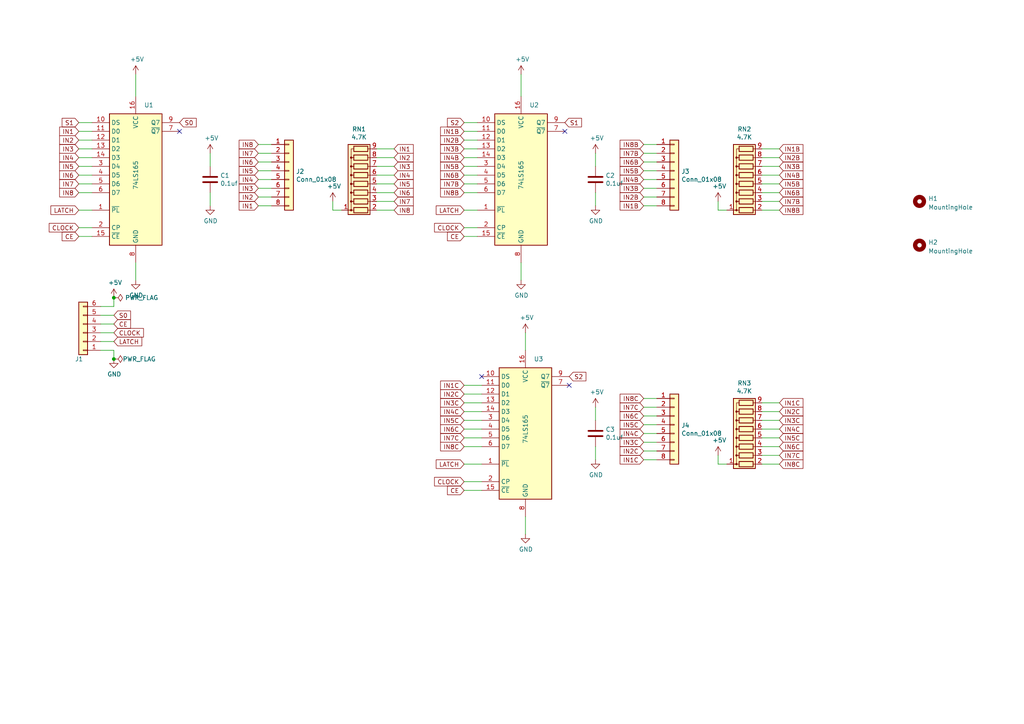
<source format=kicad_sch>
(kicad_sch (version 20211123) (generator eeschema)
  (paper "A4")
  (lib_symbols
    (symbol "74xx:74LS165"
      (property "Reference" "U" (at -7.62 19.05 0))
      (property "Value" "74LS165" (at -7.62 -21.59 0))
      (symbol "74LS165_1_0"
        (pin input line (at -12.7 -10.16 0) (length 5.08) (name "~{PL}") (number "1"))
        (pin input line (at -12.7 15.24 0) (length 5.08) (name "DS") (number "10"))
        (pin input line (at -12.7 12.7 0) (length 5.08) (name "D0") (number "11"))
        (pin input line (at -12.7 10.16 0) (length 5.08) (name "D1") (number "12"))
        (pin input line (at -12.7 7.62 0) (length 5.08) (name "D2") (number "13"))
        (pin input line (at -12.7 5.08 0) (length 5.08) (name "D3") (number "14"))
        (pin input line (at -12.7 -17.78 0) (length 5.08) (name "~{CE}") (number "15"))
        (pin power_in line (at 0 22.86 270) (length 5.08) (name "VCC") (number "16"))
        (pin input line (at -12.7 -15.24 0) (length 5.08) (name "CP") (number "2"))
        (pin input line (at -12.7 2.54 0) (length 5.08) (name "D4") (number "3"))
        (pin input line (at -12.7 0 0) (length 5.08) (name "D5") (number "4"))
        (pin input line (at -12.7 -2.54 0) (length 5.08) (name "D6") (number "5"))
        (pin input line (at -12.7 -5.08 0) (length 5.08) (name "D7") (number "6"))
        (pin output line (at 12.7 12.7 180) (length 5.08) (name "~{Q7}") (number "7"))
        (pin power_in line (at 0 -25.4 90) (length 5.08) (name "GND") (number "8"))
        (pin output line (at 12.7 15.24 180) (length 5.08) (name "Q7") (number "9"))
      )
      (symbol "74LS165_1_1"
        (rectangle (start -7.62 17.78) (end 7.62 -20.32) (stroke (width 0.254)) (fill (type background)))
      )
    )
    (symbol "Connector_Generic:Conn_01x06" (pin_names (offset 1.016) hide)
      (property "Reference" "J" (at 0 7.62 0))
      (property "Value" "Conn_01x06" (at 0 -10.16 0))
      (symbol "Conn_01x06_1_1"
        (rectangle (start -1.27 -7.493) (end 0 -7.747) (stroke (width 0.1524)))
        (rectangle (start -1.27 -4.953) (end 0 -5.207) (stroke (width 0.1524)))
        (rectangle (start -1.27 -2.413) (end 0 -2.667) (stroke (width 0.1524)))
        (rectangle (start -1.27 0.127) (end 0 -0.127) (stroke (width 0.1524)))
        (rectangle (start -1.27 2.667) (end 0 2.413) (stroke (width 0.1524)))
        (rectangle (start -1.27 5.207) (end 0 4.953) (stroke (width 0.1524)))
        (rectangle (start -1.27 6.35) (end 1.27 -8.89) (stroke (width 0.254)) (fill (type background)))
        (pin passive line (at -5.08 5.08 0) (length 3.81) (name "Pin_1") (number "1"))
        (pin passive line (at -5.08 2.54 0) (length 3.81) (name "Pin_2") (number "2"))
        (pin passive line (at -5.08 0 0) (length 3.81) (name "Pin_3") (number "3"))
        (pin passive line (at -5.08 -2.54 0) (length 3.81) (name "Pin_4") (number "4"))
        (pin passive line (at -5.08 -5.08 0) (length 3.81) (name "Pin_5") (number "5"))
        (pin passive line (at -5.08 -7.62 0) (length 3.81) (name "Pin_6") (number "6"))
      )
    )
    (symbol "Connector_Generic:Conn_01x08" (pin_names (offset 1.016) hide)
      (property "Reference" "J" (at 0 10.16 0))
      (property "Value" "Conn_01x08" (at 0 -12.7 0))
      (symbol "Conn_01x08_1_1"
        (rectangle (start -1.27 -10.033) (end 0 -10.287) (stroke (width 0.1524)))
        (rectangle (start -1.27 -7.493) (end 0 -7.747) (stroke (width 0.1524)))
        (rectangle (start -1.27 -4.953) (end 0 -5.207) (stroke (width 0.1524)))
        (rectangle (start -1.27 -2.413) (end 0 -2.667) (stroke (width 0.1524)))
        (rectangle (start -1.27 0.127) (end 0 -0.127) (stroke (width 0.1524)))
        (rectangle (start -1.27 2.667) (end 0 2.413) (stroke (width 0.1524)))
        (rectangle (start -1.27 5.207) (end 0 4.953) (stroke (width 0.1524)))
        (rectangle (start -1.27 7.747) (end 0 7.493) (stroke (width 0.1524)))
        (rectangle (start -1.27 8.89) (end 1.27 -11.43) (stroke (width 0.254)) (fill (type background)))
        (pin passive line (at -5.08 7.62 0) (length 3.81) (name "Pin_1") (number "1"))
        (pin passive line (at -5.08 5.08 0) (length 3.81) (name "Pin_2") (number "2"))
        (pin passive line (at -5.08 2.54 0) (length 3.81) (name "Pin_3") (number "3"))
        (pin passive line (at -5.08 0 0) (length 3.81) (name "Pin_4") (number "4"))
        (pin passive line (at -5.08 -2.54 0) (length 3.81) (name "Pin_5") (number "5"))
        (pin passive line (at -5.08 -5.08 0) (length 3.81) (name "Pin_6") (number "6"))
        (pin passive line (at -5.08 -7.62 0) (length 3.81) (name "Pin_7") (number "7"))
        (pin passive line (at -5.08 -10.16 0) (length 3.81) (name "Pin_8") (number "8"))
      )
    )
    (symbol "Device:C" (pin_numbers hide) (pin_names (offset 0.254))
      (property "Reference" "C" (at 0.635 2.54 0))
      (property "Value" "C" (at 0.635 -2.54 0))
      (symbol "C_0_1"
        (polyline (pts (xy -2.032 -0.762) (xy 2.032 -0.762)) (stroke (width 0.508)))
        (polyline (pts (xy -2.032 0.762) (xy 2.032 0.762)) (stroke (width 0.508)))
      )
      (symbol "C_1_1"
        (pin passive line (at 0 3.81 270) (length 2.794) (name "~") (number "1"))
        (pin passive line (at 0 -3.81 90) (length 2.794) (name "~") (number "2"))
      )
    )
    (symbol "Device:R_Network08" (pin_names (offset 0) hide)
      (property "Reference" "RN" (at -12.7 0 90))
      (property "Value" "R_Network08" (at 10.16 0 90))
      (symbol "R_Network08_0_1"
        (rectangle (start -11.43 -3.175) (end 8.89 3.175) (stroke (width 0.254)) (fill (type background)))
        (rectangle (start -10.922 1.524) (end -9.398 -2.54) (stroke (width 0.254)))
        (circle (center -10.16 2.286) (radius 0.254) (fill (type outline)))
        (rectangle (start -8.382 1.524) (end -6.858 -2.54) (stroke (width 0.254)))
        (circle (center -7.62 2.286) (radius 0.254) (fill (type outline)))
        (rectangle (start -5.842 1.524) (end -4.318 -2.54) (stroke (width 0.254)))
        (circle (center -5.08 2.286) (radius 0.254) (fill (type outline)))
        (rectangle (start -3.302 1.524) (end -1.778 -2.54) (stroke (width 0.254)))
        (circle (center -2.54 2.286) (radius 0.254) (fill (type outline)))
        (rectangle (start -0.762 1.524) (end 0.762 -2.54) (stroke (width 0.254)))
        (polyline (pts (xy -10.16 -2.54) (xy -10.16 -3.81)))
        (polyline (pts (xy -7.62 -2.54) (xy -7.62 -3.81)))
        (polyline (pts (xy -5.08 -2.54) (xy -5.08 -3.81)))
        (polyline (pts (xy -2.54 -2.54) (xy -2.54 -3.81)))
        (polyline (pts (xy 0 -2.54) (xy 0 -3.81)))
        (polyline (pts (xy 2.54 -2.54) (xy 2.54 -3.81)))
        (polyline (pts (xy 5.08 -2.54) (xy 5.08 -3.81)))
        (polyline (pts (xy 7.62 -2.54) (xy 7.62 -3.81)))
        (polyline (pts (xy -10.16 1.524) (xy -10.16 2.286) (xy -7.62 2.286) (xy -7.62 1.524)))
        (polyline (pts (xy -7.62 1.524) (xy -7.62 2.286) (xy -5.08 2.286) (xy -5.08 1.524)))
        (polyline (pts (xy -5.08 1.524) (xy -5.08 2.286) (xy -2.54 2.286) (xy -2.54 1.524)))
        (polyline (pts (xy -2.54 1.524) (xy -2.54 2.286) (xy 0 2.286) (xy 0 1.524)))
        (polyline (pts (xy 0 1.524) (xy 0 2.286) (xy 2.54 2.286) (xy 2.54 1.524)))
        (polyline (pts (xy 2.54 1.524) (xy 2.54 2.286) (xy 5.08 2.286) (xy 5.08 1.524)))
        (polyline (pts (xy 5.08 1.524) (xy 5.08 2.286) (xy 7.62 2.286) (xy 7.62 1.524)))
        (circle (center 0 2.286) (radius 0.254) (fill (type outline)))
        (rectangle (start 1.778 1.524) (end 3.302 -2.54) (stroke (width 0.254)))
        (circle (center 2.54 2.286) (radius 0.254) (fill (type outline)))
        (rectangle (start 4.318 1.524) (end 5.842 -2.54) (stroke (width 0.254)))
        (circle (center 5.08 2.286) (radius 0.254) (fill (type outline)))
        (rectangle (start 6.858 1.524) (end 8.382 -2.54) (stroke (width 0.254)))
      )
      (symbol "R_Network08_1_1"
        (pin passive line (at -10.16 5.08 270) (length 2.54) (name "common") (number "1"))
        (pin passive line (at -10.16 -5.08 90) (length 1.27) (name "R1") (number "2"))
        (pin passive line (at -7.62 -5.08 90) (length 1.27) (name "R2") (number "3"))
        (pin passive line (at -5.08 -5.08 90) (length 1.27) (name "R3") (number "4"))
        (pin passive line (at -2.54 -5.08 90) (length 1.27) (name "R4") (number "5"))
        (pin passive line (at 0 -5.08 90) (length 1.27) (name "R5") (number "6"))
        (pin passive line (at 2.54 -5.08 90) (length 1.27) (name "R6") (number "7"))
        (pin passive line (at 5.08 -5.08 90) (length 1.27) (name "R7") (number "8"))
        (pin passive line (at 7.62 -5.08 90) (length 1.27) (name "R8") (number "9"))
      )
    )
    (symbol "Mechanical:MountingHole" (pin_names (offset 1.016))
      (property "Reference" "H" (at 0 5.08 0))
      (property "Value" "MountingHole" (at 0 3.175 0))
      (symbol "MountingHole_0_1"
        (circle (center 0 0) (radius 1.27) (stroke (width 1.27)))
      )
    )
    (symbol "power:+5V" (power) (pin_names (offset 0))
      (property "Value" "+5V" (at 0 3.556 0))
      (symbol "+5V_0_1"
        (polyline (pts (xy -0.762 1.27) (xy 0 2.54)))
        (polyline (pts (xy 0 0) (xy 0 2.54)))
        (polyline (pts (xy 0 2.54) (xy 0.762 1.27)))
      )
      (symbol "+5V_1_1"
        (pin power_in line (at 0 0 90) (length 0) hide (name "+5V") (number "1"))
      )
    )
    (symbol "power:GND" (power) (pin_names (offset 0))
      (property "Value" "GND" (at 0 -3.81 0))
      (symbol "GND_0_1"
        (polyline (pts (xy 0 0) (xy 0 -1.27) (xy 1.27 -1.27) (xy 0 -2.54) (xy -1.27 -1.27) (xy 0 -1.27)))
      )
      (symbol "GND_1_1"
        (pin power_in line (at 0 0 270) (length 0) hide (name "GND") (number "1"))
      )
    )
    (symbol "power:PWR_FLAG" (power) (pin_numbers hide) (pin_names (offset 0) hide)
      (property "Value" "PWR_FLAG" (at 0 3.81 0))
      (symbol "PWR_FLAG_0_0"
        (pin power_out line (at 0 0 90) (length 0) (name "pwr") (number "1"))
      )
      (symbol "PWR_FLAG_0_1"
        (polyline (pts (xy 0 0) (xy 0 1.27) (xy -1.016 1.905) (xy 0 2.54) (xy 1.016 1.905) (xy 0 1.27)))
      )
    )
  )
  (junction (at 33.02 86.36))
  (junction (at 33.02 104.14))
  (no_connect (at 165.1 111.76))
  (no_connect (at 52.07 38.1))
  (no_connect (at 139.7 109.22))
  (no_connect (at 163.83 38.1))
  (wire (pts (xy 139.7 111.76) (xy 134.62 111.76)))
  (wire (pts (xy 26.67 43.18) (xy 22.86 43.18)))
  (wire (pts (xy 190.5 52.07) (xy 186.69 52.07)))
  (wire (pts (xy 139.7 114.3) (xy 134.62 114.3)))
  (wire (pts (xy 139.7 142.24) (xy 134.62 142.24)))
  (wire (pts (xy 220.98 119.38) (xy 226.06 119.38)))
  (wire (pts (xy 220.98 48.26) (xy 226.06 48.26)))
  (wire (pts (xy 109.22 58.42) (xy 114.3 58.42)))
  (wire (pts (xy 152.4 96.52) (xy 152.4 101.6)))
  (wire (pts (xy 172.72 129.54) (xy 172.72 133.35)))
  (wire (pts (xy 109.22 53.34) (xy 114.3 53.34)))
  (wire (pts (xy 151.13 27.94) (xy 151.13 21.59)))
  (wire (pts (xy 172.72 55.88) (xy 172.72 59.69)))
  (wire (pts (xy 172.72 48.26) (xy 172.72 44.45)))
  (wire (pts (xy 220.98 58.42) (xy 226.06 58.42)))
  (wire (pts (xy 220.98 124.46) (xy 226.06 124.46)))
  (wire (pts (xy 139.7 119.38) (xy 134.62 119.38)))
  (wire (pts (xy 26.67 66.04) (xy 22.86 66.04)))
  (wire (pts (xy 220.98 134.62) (xy 226.06 134.62)))
  (wire (pts (xy 190.5 123.19) (xy 186.69 123.19)))
  (wire (pts (xy 109.22 45.72) (xy 114.3 45.72)))
  (wire (pts (xy 190.5 49.53) (xy 186.69 49.53)))
  (wire (pts (xy 33.02 86.36) (xy 33.02 88.9)))
  (wire (pts (xy 78.74 49.53) (xy 74.93 49.53)))
  (wire (pts (xy 220.98 53.34) (xy 226.06 53.34)))
  (wire (pts (xy 26.67 48.26) (xy 22.86 48.26)))
  (wire (pts (xy 220.98 60.96) (xy 226.06 60.96)))
  (wire (pts (xy 78.74 41.91) (xy 74.93 41.91)))
  (wire (pts (xy 39.37 27.94) (xy 39.37 21.59)))
  (wire (pts (xy 109.22 43.18) (xy 114.3 43.18)))
  (wire (pts (xy 78.74 54.61) (xy 74.93 54.61)))
  (wire (pts (xy 26.67 40.64) (xy 22.86 40.64)))
  (wire (pts (xy 220.98 121.92) (xy 226.06 121.92)))
  (wire (pts (xy 29.21 99.06) (xy 33.02 99.06)))
  (wire (pts (xy 78.74 44.45) (xy 74.93 44.45)))
  (wire (pts (xy 29.21 93.98) (xy 33.02 93.98)))
  (wire (pts (xy 26.67 68.58) (xy 22.86 68.58)))
  (wire (pts (xy 138.43 48.26) (xy 134.62 48.26)))
  (wire (pts (xy 78.74 59.69) (xy 74.93 59.69)))
  (wire (pts (xy 138.43 45.72) (xy 134.62 45.72)))
  (wire (pts (xy 139.7 127) (xy 134.62 127)))
  (wire (pts (xy 138.43 60.96) (xy 134.62 60.96)))
  (wire (pts (xy 139.7 134.62) (xy 134.62 134.62)))
  (wire (pts (xy 190.5 120.65) (xy 186.69 120.65)))
  (wire (pts (xy 138.43 35.56) (xy 134.62 35.56)))
  (wire (pts (xy 208.28 134.62) (xy 208.28 132.08)))
  (wire (pts (xy 29.21 88.9) (xy 33.02 88.9)))
  (wire (pts (xy 29.21 91.44) (xy 33.02 91.44)))
  (wire (pts (xy 96.52 60.96) (xy 96.52 58.42)))
  (wire (pts (xy 29.21 101.6) (xy 33.02 101.6)))
  (wire (pts (xy 29.21 96.52) (xy 33.02 96.52)))
  (wire (pts (xy 78.74 57.15) (xy 74.93 57.15)))
  (wire (pts (xy 60.96 48.26) (xy 60.96 44.45)))
  (wire (pts (xy 190.5 118.11) (xy 186.69 118.11)))
  (wire (pts (xy 220.98 127) (xy 226.06 127)))
  (wire (pts (xy 190.5 133.35) (xy 186.69 133.35)))
  (wire (pts (xy 190.5 128.27) (xy 186.69 128.27)))
  (wire (pts (xy 109.22 55.88) (xy 114.3 55.88)))
  (wire (pts (xy 190.5 130.81) (xy 186.69 130.81)))
  (wire (pts (xy 109.22 60.96) (xy 114.3 60.96)))
  (wire (pts (xy 78.74 46.99) (xy 74.93 46.99)))
  (wire (pts (xy 151.13 76.2) (xy 151.13 81.28)))
  (wire (pts (xy 26.67 53.34) (xy 22.86 53.34)))
  (wire (pts (xy 190.5 44.45) (xy 186.69 44.45)))
  (wire (pts (xy 138.43 55.88) (xy 134.62 55.88)))
  (wire (pts (xy 220.98 45.72) (xy 226.06 45.72)))
  (wire (pts (xy 109.22 50.8) (xy 114.3 50.8)))
  (wire (pts (xy 138.43 50.8) (xy 134.62 50.8)))
  (wire (pts (xy 109.22 48.26) (xy 114.3 48.26)))
  (wire (pts (xy 99.06 60.96) (xy 96.52 60.96)))
  (wire (pts (xy 210.82 60.96) (xy 208.28 60.96)))
  (wire (pts (xy 138.43 38.1) (xy 134.62 38.1)))
  (wire (pts (xy 220.98 116.84) (xy 226.06 116.84)))
  (wire (pts (xy 139.7 124.46) (xy 134.62 124.46)))
  (wire (pts (xy 26.67 38.1) (xy 22.86 38.1)))
  (wire (pts (xy 210.82 134.62) (xy 208.28 134.62)))
  (wire (pts (xy 26.67 60.96) (xy 22.86 60.96)))
  (wire (pts (xy 33.02 101.6) (xy 33.02 104.14)))
  (wire (pts (xy 139.7 116.84) (xy 134.62 116.84)))
  (wire (pts (xy 138.43 53.34) (xy 134.62 53.34)))
  (wire (pts (xy 26.67 45.72) (xy 22.86 45.72)))
  (wire (pts (xy 190.5 46.99) (xy 186.69 46.99)))
  (wire (pts (xy 139.7 139.7) (xy 134.62 139.7)))
  (wire (pts (xy 220.98 129.54) (xy 226.06 129.54)))
  (wire (pts (xy 138.43 68.58) (xy 134.62 68.58)))
  (wire (pts (xy 220.98 50.8) (xy 226.06 50.8)))
  (wire (pts (xy 139.7 121.92) (xy 134.62 121.92)))
  (wire (pts (xy 78.74 52.07) (xy 74.93 52.07)))
  (wire (pts (xy 152.4 149.86) (xy 152.4 154.94)))
  (wire (pts (xy 208.28 60.96) (xy 208.28 58.42)))
  (wire (pts (xy 60.96 55.88) (xy 60.96 59.69)))
  (wire (pts (xy 220.98 43.18) (xy 226.06 43.18)))
  (wire (pts (xy 26.67 50.8) (xy 22.86 50.8)))
  (wire (pts (xy 190.5 125.73) (xy 186.69 125.73)))
  (wire (pts (xy 190.5 41.91) (xy 186.69 41.91)))
  (wire (pts (xy 190.5 54.61) (xy 186.69 54.61)))
  (wire (pts (xy 39.37 76.2) (xy 39.37 81.28)))
  (wire (pts (xy 26.67 35.56) (xy 22.86 35.56)))
  (wire (pts (xy 172.72 121.92) (xy 172.72 118.11)))
  (wire (pts (xy 190.5 59.69) (xy 186.69 59.69)))
  (wire (pts (xy 190.5 115.57) (xy 186.69 115.57)))
  (wire (pts (xy 220.98 55.88) (xy 226.06 55.88)))
  (wire (pts (xy 139.7 129.54) (xy 134.62 129.54)))
  (wire (pts (xy 138.43 66.04) (xy 134.62 66.04)))
  (wire (pts (xy 138.43 40.64) (xy 134.62 40.64)))
  (wire (pts (xy 26.67 55.88) (xy 22.86 55.88)))
  (wire (pts (xy 138.43 43.18) (xy 134.62 43.18)))
  (wire (pts (xy 220.98 132.08) (xy 226.06 132.08)))
  (wire (pts (xy 190.5 57.15) (xy 186.69 57.15)))
  (global_label "IN3C" (shape input) (at 226.06 121.92 0) (property "Intersheet References" "${INTERSHEET_REFS}" (effects hide)))
  (global_label "IN3C" (shape input) (at 186.69 128.27 180) (property "Intersheet References" "${INTERSHEET_REFS}" (effects hide)))
  (global_label "CE" (shape input) (at 22.86 68.58 180) (property "Intersheet References" "${INTERSHEET_REFS}" (effects hide)))
  (global_label "IN7C" (shape input) (at 226.06 132.08 0) (property "Intersheet References" "${INTERSHEET_REFS}" (effects hide)))
  (global_label "IN1" (shape input) (at 114.3 43.18 0) (property "Intersheet References" "${INTERSHEET_REFS}" (effects hide)))
  (global_label "IN4B" (shape input) (at 186.69 52.07 180) (property "Intersheet References" "${INTERSHEET_REFS}" (effects hide)))
  (global_label "IN7B" (shape input) (at 134.62 53.34 180) (property "Intersheet References" "${INTERSHEET_REFS}" (effects hide)))
  (global_label "IN8" (shape input) (at 114.3 60.96 0) (property "Intersheet References" "${INTERSHEET_REFS}" (effects hide)))
  (global_label "IN6C" (shape input) (at 134.62 124.46 180) (property "Intersheet References" "${INTERSHEET_REFS}" (effects hide)))
  (global_label "IN4" (shape input) (at 22.86 45.72 180) (property "Intersheet References" "${INTERSHEET_REFS}" (effects hide)))
  (global_label "IN7C" (shape input) (at 134.62 127 180) (property "Intersheet References" "${INTERSHEET_REFS}" (effects hide)))
  (global_label "IN4B" (shape input) (at 134.62 45.72 180) (property "Intersheet References" "${INTERSHEET_REFS}" (effects hide)))
  (global_label "IN5C" (shape input) (at 134.62 121.92 180) (property "Intersheet References" "${INTERSHEET_REFS}" (effects hide)))
  (global_label "IN6C" (shape input) (at 186.69 120.65 180) (property "Intersheet References" "${INTERSHEET_REFS}" (effects hide)))
  (global_label "IN7B" (shape input) (at 186.69 44.45 180) (property "Intersheet References" "${INTERSHEET_REFS}" (effects hide)))
  (global_label "IN8C" (shape input) (at 134.62 129.54 180) (property "Intersheet References" "${INTERSHEET_REFS}" (effects hide)))
  (global_label "IN1B" (shape input) (at 134.62 38.1 180) (property "Intersheet References" "${INTERSHEET_REFS}" (effects hide)))
  (global_label "IN8C" (shape input) (at 226.06 134.62 0) (property "Intersheet References" "${INTERSHEET_REFS}" (effects hide)))
  (global_label "IN2C" (shape input) (at 186.69 130.81 180) (property "Intersheet References" "${INTERSHEET_REFS}" (effects hide)))
  (global_label "IN8B" (shape input) (at 186.69 41.91 180) (property "Intersheet References" "${INTERSHEET_REFS}" (effects hide)))
  (global_label "IN2B" (shape input) (at 226.06 45.72 0) (property "Intersheet References" "${INTERSHEET_REFS}" (effects hide)))
  (global_label "IN5B" (shape input) (at 134.62 48.26 180) (property "Intersheet References" "${INTERSHEET_REFS}" (effects hide)))
  (global_label "IN4B" (shape input) (at 226.06 50.8 0) (property "Intersheet References" "${INTERSHEET_REFS}" (effects hide)))
  (global_label "S2" (shape input) (at 165.1 109.22 0) (property "Intersheet References" "${INTERSHEET_REFS}" (effects hide)))
  (global_label "LATCH" (shape input) (at 33.02 99.06 0) (property "Intersheet References" "${INTERSHEET_REFS}" (effects hide)))
  (global_label "S2" (shape input) (at 134.62 35.56 180) (property "Intersheet References" "${INTERSHEET_REFS}" (effects hide)))
  (global_label "IN4C" (shape input) (at 134.62 119.38 180) (property "Intersheet References" "${INTERSHEET_REFS}" (effects hide)))
  (global_label "LATCH" (shape input) (at 134.62 134.62 180) (property "Intersheet References" "${INTERSHEET_REFS}" (effects hide)))
  (global_label "CLOCK" (shape input) (at 134.62 139.7 180) (property "Intersheet References" "${INTERSHEET_REFS}" (effects hide)))
  (global_label "CE" (shape input) (at 33.02 93.98 0) (property "Intersheet References" "${INTERSHEET_REFS}" (effects hide)))
  (global_label "IN5B" (shape input) (at 186.69 49.53 180) (property "Intersheet References" "${INTERSHEET_REFS}" (effects hide)))
  (global_label "IN5C" (shape input) (at 186.69 123.19 180) (property "Intersheet References" "${INTERSHEET_REFS}" (effects hide)))
  (global_label "S1" (shape input) (at 163.83 35.56 0) (property "Intersheet References" "${INTERSHEET_REFS}" (effects hide)))
  (global_label "CE" (shape input) (at 134.62 68.58 180) (property "Intersheet References" "${INTERSHEET_REFS}" (effects hide)))
  (global_label "IN4C" (shape input) (at 226.06 124.46 0) (property "Intersheet References" "${INTERSHEET_REFS}" (effects hide)))
  (global_label "IN3" (shape input) (at 114.3 48.26 0) (property "Intersheet References" "${INTERSHEET_REFS}" (effects hide)))
  (global_label "CLOCK" (shape input) (at 22.86 66.04 180) (property "Intersheet References" "${INTERSHEET_REFS}" (effects hide)))
  (global_label "IN2" (shape input) (at 22.86 40.64 180) (property "Intersheet References" "${INTERSHEET_REFS}" (effects hide)))
  (global_label "IN2" (shape input) (at 74.93 57.15 180) (property "Intersheet References" "${INTERSHEET_REFS}" (effects hide)))
  (global_label "IN5B" (shape input) (at 226.06 53.34 0) (property "Intersheet References" "${INTERSHEET_REFS}" (effects hide)))
  (global_label "IN2B" (shape input) (at 186.69 57.15 180) (property "Intersheet References" "${INTERSHEET_REFS}" (effects hide)))
  (global_label "IN1C" (shape input) (at 134.62 111.76 180) (property "Intersheet References" "${INTERSHEET_REFS}" (effects hide)))
  (global_label "IN2" (shape input) (at 114.3 45.72 0) (property "Intersheet References" "${INTERSHEET_REFS}" (effects hide)))
  (global_label "IN3" (shape input) (at 74.93 54.61 180) (property "Intersheet References" "${INTERSHEET_REFS}" (effects hide)))
  (global_label "IN1" (shape input) (at 74.93 59.69 180) (property "Intersheet References" "${INTERSHEET_REFS}" (effects hide)))
  (global_label "IN8B" (shape input) (at 134.62 55.88 180) (property "Intersheet References" "${INTERSHEET_REFS}" (effects hide)))
  (global_label "IN7" (shape input) (at 22.86 53.34 180) (property "Intersheet References" "${INTERSHEET_REFS}" (effects hide)))
  (global_label "S0" (shape input) (at 52.07 35.56 0) (property "Intersheet References" "${INTERSHEET_REFS}" (effects hide)))
  (global_label "IN7" (shape input) (at 74.93 44.45 180) (property "Intersheet References" "${INTERSHEET_REFS}" (effects hide)))
  (global_label "IN6" (shape input) (at 22.86 50.8 180) (property "Intersheet References" "${INTERSHEET_REFS}" (effects hide)))
  (global_label "IN7" (shape input) (at 114.3 58.42 0) (property "Intersheet References" "${INTERSHEET_REFS}" (effects hide)))
  (global_label "IN8C" (shape input) (at 186.69 115.57 180) (property "Intersheet References" "${INTERSHEET_REFS}" (effects hide)))
  (global_label "IN2B" (shape input) (at 134.62 40.64 180) (property "Intersheet References" "${INTERSHEET_REFS}" (effects hide)))
  (global_label "IN5" (shape input) (at 22.86 48.26 180) (property "Intersheet References" "${INTERSHEET_REFS}" (effects hide)))
  (global_label "IN3C" (shape input) (at 134.62 116.84 180) (property "Intersheet References" "${INTERSHEET_REFS}" (effects hide)))
  (global_label "CLOCK" (shape input) (at 134.62 66.04 180) (property "Intersheet References" "${INTERSHEET_REFS}" (effects hide)))
  (global_label "IN1" (shape input) (at 22.86 38.1 180) (property "Intersheet References" "${INTERSHEET_REFS}" (effects hide)))
  (global_label "IN5" (shape input) (at 74.93 49.53 180) (property "Intersheet References" "${INTERSHEET_REFS}" (effects hide)))
  (global_label "IN6B" (shape input) (at 134.62 50.8 180) (property "Intersheet References" "${INTERSHEET_REFS}" (effects hide)))
  (global_label "IN4" (shape input) (at 74.93 52.07 180) (property "Intersheet References" "${INTERSHEET_REFS}" (effects hide)))
  (global_label "CLOCK" (shape input) (at 33.02 96.52 0) (property "Intersheet References" "${INTERSHEET_REFS}" (effects hide)))
  (global_label "LATCH" (shape input) (at 134.62 60.96 180) (property "Intersheet References" "${INTERSHEET_REFS}" (effects hide)))
  (global_label "IN6" (shape input) (at 114.3 55.88 0) (property "Intersheet References" "${INTERSHEET_REFS}" (effects hide)))
  (global_label "S0" (shape input) (at 33.02 91.44 0) (property "Intersheet References" "${INTERSHEET_REFS}" (effects hide)))
  (global_label "IN3B" (shape input) (at 226.06 48.26 0) (property "Intersheet References" "${INTERSHEET_REFS}" (effects hide)))
  (global_label "IN2C" (shape input) (at 226.06 119.38 0) (property "Intersheet References" "${INTERSHEET_REFS}" (effects hide)))
  (global_label "CE" (shape input) (at 134.62 142.24 180) (property "Intersheet References" "${INTERSHEET_REFS}" (effects hide)))
  (global_label "S1" (shape input) (at 22.86 35.56 180) (property "Intersheet References" "${INTERSHEET_REFS}" (effects hide)))
  (global_label "IN1B" (shape input) (at 226.06 43.18 0) (property "Intersheet References" "${INTERSHEET_REFS}" (effects hide)))
  (global_label "IN8" (shape input) (at 74.93 41.91 180) (property "Intersheet References" "${INTERSHEET_REFS}" (effects hide)))
  (global_label "IN5C" (shape input) (at 226.06 127 0) (property "Intersheet References" "${INTERSHEET_REFS}" (effects hide)))
  (global_label "IN6B" (shape input) (at 186.69 46.99 180) (property "Intersheet References" "${INTERSHEET_REFS}" (effects hide)))
  (global_label "IN1C" (shape input) (at 226.06 116.84 0) (property "Intersheet References" "${INTERSHEET_REFS}" (effects hide)))
  (global_label "IN4" (shape input) (at 114.3 50.8 0) (property "Intersheet References" "${INTERSHEET_REFS}" (effects hide)))
  (global_label "IN6C" (shape input) (at 226.06 129.54 0) (property "Intersheet References" "${INTERSHEET_REFS}" (effects hide)))
  (global_label "IN7C" (shape input) (at 186.69 118.11 180) (property "Intersheet References" "${INTERSHEET_REFS}" (effects hide)))
  (global_label "IN3" (shape input) (at 22.86 43.18 180) (property "Intersheet References" "${INTERSHEET_REFS}" (effects hide)))
  (global_label "IN7B" (shape input) (at 226.06 58.42 0) (property "Intersheet References" "${INTERSHEET_REFS}" (effects hide)))
  (global_label "IN4C" (shape input) (at 186.69 125.73 180) (property "Intersheet References" "${INTERSHEET_REFS}" (effects hide)))
  (global_label "IN1C" (shape input) (at 186.69 133.35 180) (property "Intersheet References" "${INTERSHEET_REFS}" (effects hide)))
  (global_label "IN3B" (shape input) (at 134.62 43.18 180) (property "Intersheet References" "${INTERSHEET_REFS}" (effects hide)))
  (global_label "LATCH" (shape input) (at 22.86 60.96 180) (property "Intersheet References" "${INTERSHEET_REFS}" (effects hide)))
  (global_label "IN5" (shape input) (at 114.3 53.34 0) (property "Intersheet References" "${INTERSHEET_REFS}" (effects hide)))
  (global_label "IN2C" (shape input) (at 134.62 114.3 180) (property "Intersheet References" "${INTERSHEET_REFS}" (effects hide)))
  (global_label "IN3B" (shape input) (at 186.69 54.61 180) (property "Intersheet References" "${INTERSHEET_REFS}" (effects hide)))
  (global_label "IN8B" (shape input) (at 226.06 60.96 0) (property "Intersheet References" "${INTERSHEET_REFS}" (effects hide)))
  (global_label "IN6B" (shape input) (at 226.06 55.88 0) (property "Intersheet References" "${INTERSHEET_REFS}" (effects hide)))
  (global_label "IN6" (shape input) (at 74.93 46.99 180) (property "Intersheet References" "${INTERSHEET_REFS}" (effects hide)))
  (global_label "IN8" (shape input) (at 22.86 55.88 180) (property "Intersheet References" "${INTERSHEET_REFS}" (effects hide)))
  (global_label "IN1B" (shape input) (at 186.69 59.69 180) (property "Intersheet References" "${INTERSHEET_REFS}" (effects hide)))
  (symbol (lib_id "power:+5V") (at 172.72 44.45 0) (unit 1)
    (property "Reference" "#PWR012" (effects hide))
    (property "Value" "+5V" (at 173.101 40.0558 0))
  )
  (symbol (lib_id "Device:R_Network08") (at 104.14 50.8 90) (unit 1)
    (property "Reference" "RN1" (at 104.14 37.465 90))
    (property "Value" "4.7K" (at 104.14 39.7764 90))
    (property "Footprint" "Resistor_THT:R_Array_SIP9" (effects hide))
    (property "Datasheet" "http://www.vishay.com/docs/31509/csc.pdf" (effects hide))
  )
  (symbol (lib_id "Mechanical:MountingHole") (at 266.7 58.42 0) (unit 1)
    (property "Reference" "H1" (at 269.24 57.5853 0) (effects (justify left)))
    (property "Value" "MountingHole" (at 269.24 60.1222 0) (effects (justify left)))
    (property "Footprint" "MountingHole:MountingHole_3.2mm_M3" (effects hide))
  )
  (symbol (lib_id "power:GND") (at 172.72 133.35 0) (unit 1)
    (property "Reference" "#PWR015" (effects hide))
    (property "Value" "GND" (at 172.847 137.7442 0))
  )
  (symbol (lib_id "74xx:74LS165") (at 151.13 50.8 0) (unit 1)
    (property "Reference" "U2" (at 154.94 30.48 0))
    (property "Value" "74LS165" (at 151.13 50.8 90))
    (property "Footprint" "Package_DIP:DIP-16_W7.62mm" (effects hide))
    (property "Datasheet" "http://www.ti.com/lit/gpn/sn74LS165" (effects hide))
  )
  (symbol (lib_id "power:GND") (at 172.72 59.69 0) (unit 1)
    (property "Reference" "#PWR013" (effects hide))
    (property "Value" "GND" (at 172.847 64.0842 0))
  )
  (symbol (lib_id "74xx:74LS165") (at 152.4 124.46 0) (unit 1)
    (property "Reference" "U3" (at 156.21 104.14 0))
    (property "Value" "74LS165" (at 152.4 124.46 90))
    (property "Footprint" "Package_DIP:DIP-16_W7.62mm" (effects hide))
    (property "Datasheet" "http://www.ti.com/lit/gpn/sn74LS165" (effects hide))
  )
  (symbol (lib_id "Connector_Generic:Conn_01x06") (at 24.13 96.52 180) (unit 1)
    (property "Reference" "J1" (at 24.13 104.14 0) (effects (justify left)))
    (property "Value" "Conn_01x06" (effects hide))
    (property "Footprint" "Connector_PinHeader_2.54mm:PinHeader_1x06_P2.54mm_Horizontal" (effects hide))
  )
  (symbol (lib_id "Device:C") (at 60.96 52.07 0) (unit 1)
    (property "Reference" "C1" (at 63.881 50.9016 0) (effects (justify left)))
    (property "Value" "0.1uf" (at 63.881 53.213 0) (effects (justify left)))
    (property "Footprint" "Capacitor_THT:C_Disc_D5.0mm_W2.5mm_P2.50mm" (effects hide))
  )
  (symbol (lib_id "power:GND") (at 60.96 59.69 0) (unit 1)
    (property "Reference" "#PWR06" (effects hide))
    (property "Value" "GND" (at 61.087 64.0842 0))
  )
  (symbol (lib_id "power:+5V") (at 152.4 96.52 0) (unit 1)
    (property "Reference" "#PWR010" (effects hide))
    (property "Value" "+5V" (at 152.781 92.1258 0))
  )
  (symbol (lib_id "74xx:74LS165") (at 39.37 50.8 0) (unit 1)
    (property "Reference" "U1" (at 43.18 30.48 0))
    (property "Value" "74LS165" (at 39.37 50.8 90))
    (property "Footprint" "Package_DIP:DIP-16_W7.62mm" (effects hide))
    (property "Datasheet" "http://www.ti.com/lit/gpn/sn74LS165" (effects hide))
  )
  (symbol (lib_id "power:+5V") (at 172.72 118.11 0) (unit 1)
    (property "Reference" "#PWR014" (effects hide))
    (property "Value" "+5V" (at 173.101 113.7158 0))
  )
  (symbol (lib_id "power:+5V") (at 33.02 86.36 0) (unit 1)
    (property "Reference" "#PWR01" (effects hide))
    (property "Value" "+5V" (at 33.401 81.9658 0))
  )
  (symbol (lib_id "power:PWR_FLAG") (at 33.02 86.36 270) (unit 1)
    (property "Reference" "#FLG01" (effects hide))
    (property "Value" "PWR_FLAG" (at 36.2712 86.36 90) (effects (justify left)))
  )
  (symbol (lib_id "power:GND") (at 152.4 154.94 0) (unit 1)
    (property "Reference" "#PWR011" (effects hide))
    (property "Value" "GND" (at 152.527 159.3342 0))
  )
  (symbol (lib_id "power:+5V") (at 208.28 58.42 0) (unit 1)
    (property "Reference" "#PWR016" (effects hide))
    (property "Value" "+5V" (at 208.661 54.0258 0))
  )
  (symbol (lib_id "power:+5V") (at 39.37 21.59 0) (unit 1)
    (property "Reference" "#PWR03" (effects hide))
    (property "Value" "+5V" (at 39.751 17.1958 0))
  )
  (symbol (lib_id "Device:C") (at 172.72 125.73 0) (unit 1)
    (property "Reference" "C3" (at 175.641 124.5616 0) (effects (justify left)))
    (property "Value" "0.1uf" (at 175.641 126.873 0) (effects (justify left)))
    (property "Footprint" "Capacitor_THT:C_Disc_D5.0mm_W2.5mm_P2.50mm" (effects hide))
  )
  (symbol (lib_id "Device:C") (at 172.72 52.07 0) (unit 1)
    (property "Reference" "C2" (at 175.641 50.9016 0) (effects (justify left)))
    (property "Value" "0.1uf" (at 175.641 53.213 0) (effects (justify left)))
    (property "Footprint" "Capacitor_THT:C_Disc_D5.0mm_W2.5mm_P2.50mm" (effects hide))
  )
  (symbol (lib_id "power:+5V") (at 208.28 132.08 0) (unit 1)
    (property "Reference" "#PWR017" (effects hide))
    (property "Value" "+5V" (at 208.661 127.6858 0))
  )
  (symbol (lib_id "Device:R_Network08") (at 215.9 124.46 90) (unit 1)
    (property "Reference" "RN3" (at 215.9 111.125 90))
    (property "Value" "4.7K" (at 215.9 113.4364 90))
    (property "Footprint" "Resistor_THT:R_Array_SIP9" (effects hide))
    (property "Datasheet" "http://www.vishay.com/docs/31509/csc.pdf" (effects hide))
  )
  (symbol (lib_id "power:GND") (at 39.37 81.28 0) (unit 1)
    (property "Reference" "#PWR04" (effects hide))
    (property "Value" "GND" (at 39.497 85.6742 0))
  )
  (symbol (lib_id "Connector_Generic:Conn_01x08") (at 83.82 49.53 0) (unit 1)
    (property "Reference" "J2" (at 85.852 49.7332 0) (effects (justify left)))
    (property "Value" "Conn_01x08" (at 85.852 52.0446 0) (effects (justify left)))
    (property "Footprint" "Connector_PinHeader_2.54mm:PinHeader_1x08_P2.54mm_Vertical" (effects hide))
  )
  (symbol (lib_id "Mechanical:MountingHole") (at 266.7 71.12 0) (unit 1)
    (property "Reference" "H2" (at 269.24 70.2853 0) (effects (justify left)))
    (property "Value" "MountingHole" (at 269.24 72.8222 0) (effects (justify left)))
    (property "Footprint" "MountingHole:MountingHole_3.2mm_M3" (effects hide))
  )
  (symbol (lib_id "power:GND") (at 33.02 104.14 0) (unit 1)
    (property "Reference" "#PWR02" (effects hide))
    (property "Value" "GND" (at 33.147 108.5342 0))
  )
  (symbol (lib_id "Device:R_Network08") (at 215.9 50.8 90) (unit 1)
    (property "Reference" "RN2" (at 215.9 37.465 90))
    (property "Value" "4.7K" (at 215.9 39.7764 90))
    (property "Footprint" "Resistor_THT:R_Array_SIP9" (effects hide))
    (property "Datasheet" "http://www.vishay.com/docs/31509/csc.pdf" (effects hide))
  )
  (symbol (lib_id "power:GND") (at 151.13 81.28 0) (unit 1)
    (property "Reference" "#PWR09" (effects hide))
    (property "Value" "GND" (at 151.257 85.6742 0))
  )
  (symbol (lib_id "Connector_Generic:Conn_01x08") (at 195.58 49.53 0) (unit 1)
    (property "Reference" "J3" (at 197.612 49.7332 0) (effects (justify left)))
    (property "Value" "Conn_01x08" (at 197.612 52.0446 0) (effects (justify left)))
    (property "Footprint" "Connector_PinHeader_2.54mm:PinHeader_1x08_P2.54mm_Vertical" (effects hide))
  )
  (symbol (lib_id "power:+5V") (at 151.13 21.59 0) (unit 1)
    (property "Reference" "#PWR08" (effects hide))
    (property "Value" "+5V" (at 151.511 17.1958 0))
  )
  (symbol (lib_id "power:+5V") (at 96.52 58.42 0) (unit 1)
    (property "Reference" "#PWR07" (effects hide))
    (property "Value" "+5V" (at 96.901 54.0258 0))
  )
  (symbol (lib_id "Connector_Generic:Conn_01x08") (at 195.58 123.19 0) (unit 1)
    (property "Reference" "J4" (at 197.612 123.3932 0) (effects (justify left)))
    (property "Value" "Conn_01x08" (at 197.612 125.7046 0) (effects (justify left)))
    (property "Footprint" "Connector_PinHeader_2.54mm:PinHeader_1x08_P2.54mm_Vertical" (effects hide))
  )
  (symbol (lib_id "power:PWR_FLAG") (at 33.02 104.14 270) (unit 1)
    (property "Reference" "#FLG02" (effects hide))
    (property "Value" "PWR_FLAG" (at 35.56 104.14 90) (effects (justify left)))
  )
  (symbol (lib_id "power:+5V") (at 60.96 44.45 0) (unit 1)
    (property "Reference" "#PWR05" (effects hide))
    (property "Value" "+5V" (at 61.341 40.0558 0))
  )
)
</source>
